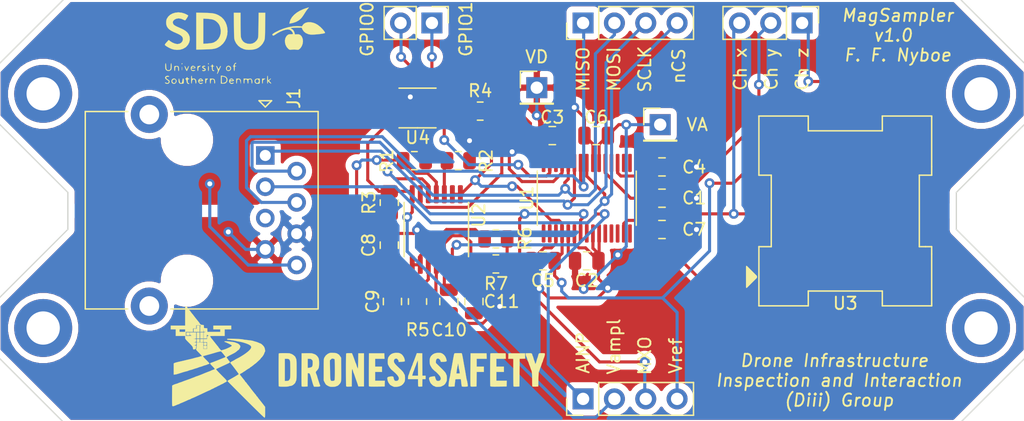
<source format=kicad_pcb>
(kicad_pcb (version 20171130) (host pcbnew 5.1.10-88a1d61d58~90~ubuntu20.04.1)
  (layers (0 F.Cu signal) (31 B.Cu signal) (34 B.Paste user) (35 F.Paste user) (36 B.SilkS user) (37 F.SilkS user) (38 B.Mask user hide) (39 F.Mask user hide) (44 Edge.Cuts user hide))
  (net 0 "")
  (net 1 Ch0)
  (net 2 GND)
  (net 3 V_A)
  (net 4 V_D)
  (net 5 Ch1)
  (net 6 V_ref)
  (net 7 Ch2)
  (net 8 "Net-(C8-Pad1)")
  (net 9 "Net-(C9-Pad2)")
  (net 10 "Net-(C9-Pad1)")
  (net 11 "Net-(C10-Pad1)")
  (net 12 AINP)
  (net 13 "Net-(C11-Pad1)")
  (net 14 nCS)
  (net 15 "Net-(J1-Pad5)")
  (net 16 SCLK)
  (net 17 MOSI)
  (net 18 MISO)
  (net 19 "Net-(R1-Pad2)")
  (net 20 R_pot_p)
  (net 21 R_pot_n)
  (net 22 "Net-(U1-Pad1)")
  (net 23 "Net-(U1-Pad2)")
  (net 24 MXO)
  (net 25 "Net-(U1-Pad11)")
  (net 26 "Net-(U1-Pad12)")
  (net 27 "Net-(U1-Pad13)")
  (net 28 "Net-(U1-Pad15)")
  (net 29 "Net-(U1-Pad16)")
  (net 30 "Net-(U1-Pad17)")
  (net 31 "Net-(U1-Pad19)")
  (net 32 GPIO0)
  (net 33 GPIO1)
  (net 34 "Net-(U3-Pad2)")
  (net 35 "Net-(U3-Pad6)")
  (net 36 "Net-(U4-Pad3)")
  (net 37 "Net-(U4-Pad7)")
  (module logos:sdu_logo (layer F.Cu) (at 118.5 44.5)
    (fp_text reference G*** hide)
    (fp_text value LOGO hide)
  )
  (module logos:d4s_logo (layer F.Cu) (at 127.5 69.75)
    (fp_text reference G*** hide)
    (fp_text value LOGO hide)
  )
  (module Connector_PinHeader_2.54mm:PinHeader_1x04_P2.54mm_Vertical (layer F.Cu) (at 145.75 72.75 90)
    (fp_text reference J4 hide)
    (fp_text value Conn_01x04_Male hide)
    (pad 1 thru_hole rect (at 0 0 90) (size 1.7 1.7) (drill 1) (layers *.Cu *.Mask) (net 12 AINP))
    (pad 2 thru_hole oval (at 0 2.54 90) (size 1.7 1.7) (drill 1) (layers *.Cu *.Mask) (net 20 R_pot_p))
    (pad 3 thru_hole oval (at 0 5.08 90) (size 1.7 1.7) (drill 1) (layers *.Cu *.Mask) (net 24 MXO))
    (pad 4 thru_hole oval (at 0 7.62 90) (size 1.7 1.7) (drill 1) (layers *.Cu *.Mask) (net 6 V_ref))
  )
  (module Connector_PinHeader_2.54mm:PinHeader_1x03_P2.54mm_Vertical (layer F.Cu) (at 163.5 42.25 270)
    (fp_text reference J2 hide)
    (fp_text value Conn_01x03_Male hide)
    (pad 1 thru_hole rect (at 0 0 270) (size 1.7 1.7) (drill 1) (layers *.Cu *.Mask) (net 7 Ch2))
    (pad 2 thru_hole oval (at 0 2.54 270) (size 1.7 1.7) (drill 1) (layers *.Cu *.Mask) (net 5 Ch1))
    (pad 3 thru_hole oval (at 0 5.08 270) (size 1.7 1.7) (drill 1) (layers *.Cu *.Mask) (net 1 Ch0))
  )
  (module Connector_PinHeader_2.54mm:PinHeader_1x01_P2.54mm_Vertical (layer F.Cu) (at 142 47.5)
    (fp_text reference J7 hide)
    (fp_text value Conn_01x01_Male hide)
    (pad 1 thru_hole rect (at 0 0) (size 1.7 1.7) (drill 1) (layers *.Cu *.Mask) (net 4 V_D))
  )
  (module Connector_PinHeader_2.54mm:PinHeader_1x02_P2.54mm_Vertical (layer F.Cu) (at 133.5 42.25 270)
    (fp_text reference J3 hide)
    (fp_text value Conn_01x02_Male hide)
    (pad 1 thru_hole rect (at 0 0 270) (size 1.7 1.7) (drill 1) (layers *.Cu *.Mask) (net 33 GPIO1))
    (pad 2 thru_hole oval (at 0 2.54 270) (size 1.7 1.7) (drill 1) (layers *.Cu *.Mask) (net 32 GPIO0))
  )
  (module Connector_PinHeader_2.54mm:PinHeader_1x04_P2.54mm_Vertical (layer F.Cu) (at 145.75 42.25 90)
    (fp_text reference J6 hide)
    (fp_text value Conn_01x04_Male hide)
    (pad 4 thru_hole oval (at 0 7.62 90) (size 1.7 1.7) (drill 1) (layers *.Cu *.Mask) (net 14 nCS))
    (pad 3 thru_hole oval (at 0 5.08 90) (size 1.7 1.7) (drill 1) (layers *.Cu *.Mask) (net 17 MOSI))
    (pad 2 thru_hole oval (at 0 2.54 90) (size 1.7 1.7) (drill 1) (layers *.Cu *.Mask) (net 18 MISO))
    (pad 1 thru_hole rect (at 0 0 90) (size 1.7 1.7) (drill 1) (layers *.Cu *.Mask) (net 16 SCLK))
  )
  (module Connector_PinHeader_2.54mm:PinHeader_1x01_P2.54mm_Vertical (layer F.Cu) (at 152 50.5)
    (fp_text reference J5 hide)
    (fp_text value Conn_01x01_Male hide)
    (pad 1 thru_hole rect (at 0 0) (size 1.7 1.7) (drill 1) (layers *.Cu *.Mask) (net 3 V_A))
  )
  (module MountingHole:MountingHole_2.7mm_M2.5_DIN965_Pad_TopBottom (layer F.Cu) (at 178 67)
    (fp_text reference REF** hide)
    (fp_text value MountingHole_2.7mm_M2.5_DIN965_Pad_TopBottom hide)
    (pad 1 connect circle (at 0 0) (size 4.7 4.7) (layers B.Cu B.Mask))
    (pad 1 connect circle (at 0 0) (size 4.7 4.7) (layers F.Cu F.Mask))
    (pad 1 thru_hole circle (at 0 0) (size 3.1 3.1) (drill 2.7) (layers *.Cu *.Mask))
  )
  (module MountingHole:MountingHole_2.7mm_M2.5_DIN965_Pad_TopBottom (layer F.Cu) (at 178 48)
    (fp_text reference REF** hide)
    (fp_text value MountingHole_2.7mm_M2.5_DIN965_Pad_TopBottom hide)
    (pad 1 connect circle (at 0 0) (size 4.7 4.7) (layers B.Cu B.Mask))
    (pad 1 connect circle (at 0 0) (size 4.7 4.7) (layers F.Cu F.Mask))
    (pad 1 thru_hole circle (at 0 0) (size 3.1 3.1) (drill 2.7) (layers *.Cu *.Mask))
  )
  (module MountingHole:MountingHole_2.7mm_M2.5_DIN965_Pad_TopBottom (layer F.Cu) (at 102 67)
    (fp_text reference REF** hide)
    (fp_text value MountingHole_2.7mm_M2.5_DIN965_Pad_TopBottom hide)
    (pad 1 connect circle (at 0 0) (size 4.7 4.7) (layers B.Cu B.Mask))
    (pad 1 connect circle (at 0 0) (size 4.7 4.7) (layers F.Cu F.Mask))
    (pad 1 thru_hole circle (at 0 0) (size 3.1 3.1) (drill 2.7) (layers *.Cu *.Mask))
  )
  (module MountingHole:MountingHole_2.7mm_M2.5_DIN965_Pad_TopBottom (layer F.Cu) (at 102 48)
    (fp_text reference REF** hide)
    (fp_text value MountingHole_2.7mm_M2.5_DIN965_Pad_TopBottom hide)
    (pad 1 connect circle (at 0 0) (size 4.7 4.7) (layers B.Cu B.Mask))
    (pad 1 connect circle (at 0 0) (size 4.7 4.7) (layers F.Cu F.Mask))
    (pad 1 thru_hole circle (at 0 0) (size 3.1 3.1) (drill 2.7) (layers *.Cu *.Mask))
  )
  (module Package_SO:TSSOP-30_4.4x7.8mm_P0.5mm (layer F.Cu) (at 146.05 56.468 90)
    (fp_text reference U1 (at 0 -4.85 90) (layer F.SilkS))
    (fp_text value ADS7950SDBTR hide)
    (pad 1 smd roundrect (at -2.8625 -3.5 90) (size 1.475 0.3) (layers F.Cu F.Paste F.Mask) (net 22 "Net-(U1-Pad1)"))
    (pad 2 smd roundrect (at -2.8625 -3 90) (size 1.475 0.3) (layers F.Cu F.Paste F.Mask) (net 23 "Net-(U1-Pad2)"))
    (pad 3 smd roundrect (at -2.8625 -2.5 90) (size 1.475 0.3) (layers F.Cu F.Paste F.Mask) (net 2 GND))
    (pad 4 smd roundrect (at -2.8625 -2 90) (size 1.475 0.3) (layers F.Cu F.Paste F.Mask) (net 6 V_ref))
    (pad 5 smd roundrect (at -2.8625 -1.5 90) (size 1.475 0.3) (layers F.Cu F.Paste F.Mask) (net 3 V_A))
    (pad 6 smd roundrect (at -2.8625 -1 90) (size 1.475 0.3) (layers F.Cu F.Paste F.Mask) (net 2 GND))
    (pad 7 smd roundrect (at -2.8625 -0.5 90) (size 1.475 0.3) (layers F.Cu F.Paste F.Mask) (net 24 MXO))
    (pad 8 smd roundrect (at -2.8625 0 90) (size 1.475 0.3) (layers F.Cu F.Paste F.Mask) (net 12 AINP))
    (pad 9 smd roundrect (at -2.8625 0.5 90) (size 1.475 0.3) (layers F.Cu F.Paste F.Mask) (net 2 GND))
    (pad 10 smd roundrect (at -2.8625 1 90) (size 1.475 0.3) (layers F.Cu F.Paste F.Mask) (net 2 GND))
    (pad 11 smd roundrect (at -2.8625 1.5 90) (size 1.475 0.3) (layers F.Cu F.Paste F.Mask) (net 25 "Net-(U1-Pad11)"))
    (pad 12 smd roundrect (at -2.8625 2 90) (size 1.475 0.3) (layers F.Cu F.Paste F.Mask) (net 26 "Net-(U1-Pad12)"))
    (pad 13 smd roundrect (at -2.8625 2.5 90) (size 1.475 0.3) (layers F.Cu F.Paste F.Mask) (net 27 "Net-(U1-Pad13)"))
    (pad 14 smd roundrect (at -2.8625 3 90) (size 1.475 0.3) (layers F.Cu F.Paste F.Mask) (net 7 Ch2))
    (pad 15 smd roundrect (at -2.8625 3.5 90) (size 1.475 0.3) (layers F.Cu F.Paste F.Mask) (net 28 "Net-(U1-Pad15)"))
    (pad 16 smd roundrect (at 2.8625 3.5 90) (size 1.475 0.3) (layers F.Cu F.Paste F.Mask) (net 29 "Net-(U1-Pad16)"))
    (pad 17 smd roundrect (at 2.8625 3 90) (size 1.475 0.3) (layers F.Cu F.Paste F.Mask) (net 30 "Net-(U1-Pad17)"))
    (pad 18 smd roundrect (at 2.8625 2.5 90) (size 1.475 0.3) (layers F.Cu F.Paste F.Mask) (net 5 Ch1))
    (pad 19 smd roundrect (at 2.8625 2 90) (size 1.475 0.3) (layers F.Cu F.Paste F.Mask) (net 31 "Net-(U1-Pad19)"))
    (pad 20 smd roundrect (at 2.8625 1.5 90) (size 1.475 0.3) (layers F.Cu F.Paste F.Mask) (net 1 Ch0))
    (pad 21 smd roundrect (at 2.8625 1 90) (size 1.475 0.3) (layers F.Cu F.Paste F.Mask) (net 3 V_A))
    (pad 22 smd roundrect (at 2.8625 0.5 90) (size 1.475 0.3) (layers F.Cu F.Paste F.Mask) (net 2 GND))
    (pad 23 smd roundrect (at 2.8625 0 90) (size 1.475 0.3) (layers F.Cu F.Paste F.Mask) (net 14 nCS))
    (pad 24 smd roundrect (at 2.8625 -0.5 90) (size 1.475 0.3) (layers F.Cu F.Paste F.Mask) (net 16 SCLK))
    (pad 25 smd roundrect (at 2.8625 -1 90) (size 1.475 0.3) (layers F.Cu F.Paste F.Mask) (net 17 MOSI))
    (pad 26 smd roundrect (at 2.8625 -1.5 90) (size 1.475 0.3) (layers F.Cu F.Paste F.Mask) (net 18 MISO))
    (pad 27 smd roundrect (at 2.8625 -2 90) (size 1.475 0.3) (layers F.Cu F.Paste F.Mask) (net 2 GND))
    (pad 28 smd roundrect (at 2.8625 -2.5 90) (size 1.475 0.3) (layers F.Cu F.Paste F.Mask) (net 4 V_D))
    (pad 29 smd roundrect (at 2.8625 -3 90) (size 1.475 0.3) (layers F.Cu F.Paste F.Mask) (net 32 GPIO0))
    (pad 30 smd roundrect (at 2.8625 -3.5 90) (size 1.475 0.3) (layers F.Cu F.Paste F.Mask) (net 33 GPIO1))
  )
  (module Package_SO:MSOP-8_3x3mm_P0.65mm (layer F.Cu) (at 132.334 49.148)
    (fp_text reference U4 (at 0.016 2.402) (layer F.SilkS))
    (fp_text value MCP4011-xxxxMS hide)
    (pad 1 smd roundrect (at -2.1125 -0.975) (size 1.625 0.4) (layers F.Cu F.Paste F.Mask) (net 4 V_D))
    (pad 2 smd roundrect (at -2.1125 -0.325) (size 1.625 0.4) (layers F.Cu F.Paste F.Mask) (net 2 GND))
    (pad 3 smd roundrect (at -2.1125 0.325) (size 1.625 0.4) (layers F.Cu F.Paste F.Mask) (net 36 "Net-(U4-Pad3)"))
    (pad 4 smd roundrect (at -2.1125 0.975) (size 1.625 0.4) (layers F.Cu F.Paste F.Mask) (net 20 R_pot_p))
    (pad 5 smd roundrect (at 2.1125 0.975) (size 1.625 0.4) (layers F.Cu F.Paste F.Mask) (net 32 GPIO0))
    (pad 6 smd roundrect (at 2.1125 0.325) (size 1.625 0.4) (layers F.Cu F.Paste F.Mask) (net 21 R_pot_n))
    (pad 7 smd roundrect (at 2.1125 -0.325) (size 1.625 0.4) (layers F.Cu F.Paste F.Mask) (net 37 "Net-(U4-Pad7)"))
    (pad 8 smd roundrect (at 2.1125 -0.975) (size 1.625 0.4) (layers F.Cu F.Paste F.Mask) (net 33 GPIO1))
  )
  (module Package_SO:TSSOP-14_4.4x5mm_P0.65mm (layer F.Cu) (at 133.858 59.008 270)
    (fp_text reference U2 (at -1.158 -3.442 90) (layer F.SilkS))
    (fp_text value MCP6004 hide)
    (pad 1 smd roundrect (at -2.8625 -1.95 270) (size 1.475 0.4) (layers F.Cu F.Paste F.Mask) (net 6 V_ref))
    (pad 2 smd roundrect (at -2.8625 -1.3 270) (size 1.475 0.4) (layers F.Cu F.Paste F.Mask) (net 6 V_ref))
    (pad 3 smd roundrect (at -2.8625 -0.65 270) (size 1.475 0.4) (layers F.Cu F.Paste F.Mask) (net 19 "Net-(R1-Pad2)"))
    (pad 4 smd roundrect (at -2.8625 0 270) (size 1.475 0.4) (layers F.Cu F.Paste F.Mask) (net 3 V_A))
    (pad 5 smd roundrect (at -2.8625 0.65 270) (size 1.475 0.4) (layers F.Cu F.Paste F.Mask) (net 24 MXO))
    (pad 6 smd roundrect (at -2.8625 1.3 270) (size 1.475 0.4) (layers F.Cu F.Paste F.Mask) (net 21 R_pot_n))
    (pad 7 smd roundrect (at -2.8625 1.95 270) (size 1.475 0.4) (layers F.Cu F.Paste F.Mask) (net 20 R_pot_p))
    (pad 8 smd roundrect (at 2.8625 1.95 270) (size 1.475 0.4) (layers F.Cu F.Paste F.Mask) (net 9 "Net-(C9-Pad2)"))
    (pad 9 smd roundrect (at 2.8625 1.3 270) (size 1.475 0.4) (layers F.Cu F.Paste F.Mask) (net 9 "Net-(C9-Pad2)"))
    (pad 10 smd roundrect (at 2.8625 0.65 270) (size 1.475 0.4) (layers F.Cu F.Paste F.Mask) (net 8 "Net-(C8-Pad1)"))
    (pad 11 smd roundrect (at 2.8625 0 270) (size 1.475 0.4) (layers F.Cu F.Paste F.Mask) (net 2 GND))
    (pad 12 smd roundrect (at 2.8625 -0.65 270) (size 1.475 0.4) (layers F.Cu F.Paste F.Mask) (net 11 "Net-(C10-Pad1)"))
    (pad 13 smd roundrect (at 2.8625 -1.3 270) (size 1.475 0.4) (layers F.Cu F.Paste F.Mask) (net 12 AINP))
    (pad 14 smd roundrect (at 2.8625 -1.95 270) (size 1.475 0.4) (layers F.Cu F.Paste F.Mask) (net 12 AINP))
  )
  (module PREMO_coils:3DV15_A_S0900J (layer F.Cu) (at 167 57.5 180)
    (fp_text reference U3 (at 0 -7.5) (layer F.SilkS))
    (fp_text value 3DV15_A_S0900J hide)
    (pad 1 smd rect (at 6 -5.3 180) (size 1.3 4.1) (layers F.Cu F.Paste F.Mask) (net 6 V_ref))
    (pad 2 smd rect (at 4 -5.3 180) (size 1.3 4.1) (layers F.Cu F.Paste F.Mask) (net 34 "Net-(U3-Pad2)"))
    (pad 3 smd rect (at -4 -5.3 180) (size 1.3 4.1) (layers F.Cu F.Paste F.Mask) (net 6 V_ref))
    (pad 4 smd rect (at -6 -5.3 180) (size 1.3 4.1) (layers F.Cu F.Paste F.Mask) (net 7 Ch2))
    (pad 5 smd rect (at -6 5.3 180) (size 1.3 4.1) (layers F.Cu F.Paste F.Mask) (net 5 Ch1))
    (pad 6 smd rect (at -4 5.3 180) (size 1.3 4.1) (layers F.Cu F.Paste F.Mask) (net 35 "Net-(U3-Pad6)"))
    (pad 7 smd rect (at 4 5.3 180) (size 1.3 4.1) (layers F.Cu F.Paste F.Mask) (net 1 Ch0))
    (pad 8 smd rect (at 6 5.3 180) (size 1.3 4.1) (layers F.Cu F.Paste F.Mask) (net 6 V_ref))
  )
  (module Capacitor_SMD:C_0805_2012Metric (layer F.Cu) (at 152.146 56.468)
    (fp_text reference C1 (at 2.604 -0.018) (layer F.SilkS))
    (fp_text value 100p hide)
    (pad 1 smd roundrect (at -0.95 0) (size 1 1.45) (layers F.Cu F.Paste F.Mask) (net 1 Ch0))
    (pad 2 smd roundrect (at 0.95 0) (size 1 1.45) (layers F.Cu F.Paste F.Mask) (net 2 GND))
  )
  (module Capacitor_SMD:C_0805_2012Metric (layer F.Cu) (at 146.05 61.548)
    (fp_text reference C2 (at 0 1.602) (layer F.SilkS))
    (fp_text value 1u hide)
    (pad 1 smd roundrect (at -0.95 0) (size 1 1.45) (layers F.Cu F.Paste F.Mask) (net 3 V_A))
    (pad 2 smd roundrect (at 0.95 0) (size 1 1.45) (layers F.Cu F.Paste F.Mask) (net 2 GND))
  )
  (module Capacitor_SMD:C_0805_2012Metric (layer F.Cu) (at 143.256 51.388)
    (fp_text reference C3 (at 0 -1.488) (layer F.SilkS))
    (fp_text value 1u hide)
    (pad 1 smd roundrect (at -0.95 0) (size 1 1.45) (layers F.Cu F.Paste F.Mask) (net 4 V_D))
    (pad 2 smd roundrect (at 0.95 0) (size 1 1.45) (layers F.Cu F.Paste F.Mask) (net 2 GND))
  )
  (module Capacitor_SMD:C_0805_2012Metric (layer F.Cu) (at 152.146 53.928)
    (fp_text reference C4 (at 2.604 0.022) (layer F.SilkS))
    (fp_text value 100p hide)
    (pad 2 smd roundrect (at 0.95 0) (size 1 1.45) (layers F.Cu F.Paste F.Mask) (net 2 GND))
    (pad 1 smd roundrect (at -0.95 0) (size 1 1.45) (layers F.Cu F.Paste F.Mask) (net 5 Ch1))
  )
  (module Capacitor_SMD:C_0805_2012Metric (layer F.Cu) (at 142.494 61.548)
    (fp_text reference C5 (at 0 1.602) (layer F.SilkS))
    (fp_text value 10u hide)
    (pad 2 smd roundrect (at 0.95 0) (size 1 1.45) (layers F.Cu F.Paste F.Mask) (net 6 V_ref))
    (pad 1 smd roundrect (at -0.95 0) (size 1 1.45) (layers F.Cu F.Paste F.Mask) (net 2 GND))
  )
  (module Capacitor_SMD:C_0805_2012Metric (layer F.Cu) (at 146.812 51.388 180)
    (fp_text reference C6 (at 0 1.488) (layer F.SilkS))
    (fp_text value 1u hide)
    (pad 2 smd roundrect (at 0.95 0 180) (size 1 1.45) (layers F.Cu F.Paste F.Mask) (net 2 GND))
    (pad 1 smd roundrect (at -0.95 0 180) (size 1 1.45) (layers F.Cu F.Paste F.Mask) (net 3 V_A))
  )
  (module Capacitor_SMD:C_0805_2012Metric (layer F.Cu) (at 152.146 59.008)
    (fp_text reference C7 (at 2.604 -0.008) (layer F.SilkS))
    (fp_text value 100p hide)
    (pad 1 smd roundrect (at -0.95 0) (size 1 1.45) (layers F.Cu F.Paste F.Mask) (net 7 Ch2))
    (pad 2 smd roundrect (at 0.95 0) (size 1 1.45) (layers F.Cu F.Paste F.Mask) (net 2 GND))
  )
  (module Capacitor_SMD:C_0805_2012Metric (layer F.Cu) (at 130.048 60.278 90)
    (fp_text reference C8 (at 0 -1.68 90) (layer F.SilkS))
    (fp_text value 100n hide)
    (pad 1 smd roundrect (at -0.95 0 90) (size 1 1.45) (layers F.Cu F.Paste F.Mask) (net 8 "Net-(C8-Pad1)"))
    (pad 2 smd roundrect (at 0.95 0 90) (size 1 1.45) (layers F.Cu F.Paste F.Mask) (net 2 GND))
  )
  (module Capacitor_SMD:C_0805_2012Metric (layer F.Cu) (at 130.302 64.85 90)
    (fp_text reference C9 (at 0 -1.602 90) (layer F.SilkS))
    (fp_text value 100n hide)
    (pad 2 smd roundrect (at 0.95 0 90) (size 1 1.45) (layers F.Cu F.Paste F.Mask) (net 9 "Net-(C9-Pad2)"))
    (pad 1 smd roundrect (at -0.95 0 90) (size 1 1.45) (layers F.Cu F.Paste F.Mask) (net 10 "Net-(C9-Pad1)"))
  )
  (module Capacitor_SMD:C_0805_2012Metric (layer F.Cu) (at 134.874 64.85 270)
    (fp_text reference C10 (at 2.3 -0.026 180) (layer F.SilkS))
    (fp_text value 100n hide)
    (pad 1 smd roundrect (at -0.95 0 270) (size 1 1.45) (layers F.Cu F.Paste F.Mask) (net 11 "Net-(C10-Pad1)"))
    (pad 2 smd roundrect (at 0.95 0 270) (size 1 1.45) (layers F.Cu F.Paste F.Mask) (net 2 GND))
  )
  (module Capacitor_SMD:C_0805_2012Metric (layer F.Cu) (at 136.906 64.85 90)
    (fp_text reference C11 (at 0 2.244 180) (layer F.SilkS))
    (fp_text value 100n hide)
    (pad 2 smd roundrect (at 0.95 0 90) (size 1 1.45) (layers F.Cu F.Paste F.Mask) (net 12 AINP))
    (pad 1 smd roundrect (at -0.95 0 90) (size 1 1.45) (layers F.Cu F.Paste F.Mask) (net 13 "Net-(C11-Pad1)"))
  )
  (module Connector_RJ:RJ45_Ninigi_GE (layer F.Cu) (at 120 53 270)
    (fp_text reference J1 (at -4.65 -2.31 90) (layer F.SilkS))
    (fp_text value RJ45)
    (pad "" np_thru_hole circle (at 10.16 6.35 90) (size 3.25 3.25) (drill 3.25) (layers *.Cu *.Mask))
    (pad SH thru_hole circle (at 12.215 9.4 90) (size 3 3) (drill 1.6) (layers *.Cu *.Mask))
    (pad "" np_thru_hole circle (at -1.27 6.35 270) (size 3.25 3.25) (drill 3.25) (layers *.Cu *.Mask))
    (pad 3 thru_hole circle (at 2.54 0 90) (size 1.5 1.5) (drill 0.9) (layers *.Cu *.Mask) (net 14 nCS))
    (pad 5 thru_hole circle (at 5.08 0 90) (size 1.5 1.5) (drill 0.9) (layers *.Cu *.Mask) (net 15 "Net-(J1-Pad5)"))
    (pad 4 thru_hole circle (at 3.81 -2.54 90) (size 1.5 1.5) (drill 0.9) (layers *.Cu *.Mask) (net 16 SCLK))
    (pad 7 thru_hole circle (at 7.62 0 90) (size 1.5 1.5) (drill 0.9) (layers *.Cu *.Mask) (net 3 V_A))
    (pad 1 thru_hole rect (at 0 0 90) (size 1.5 1.5) (drill 0.9) (layers *.Cu *.Mask) (net 17 MOSI))
    (pad 2 thru_hole circle (at 1.27 -2.54 90) (size 1.5 1.5) (drill 0.9) (layers *.Cu *.Mask) (net 18 MISO))
    (pad SH thru_hole circle (at -3.325 9.4 270) (size 3 3) (drill 1.6) (layers *.Cu *.Mask))
    (pad 8 thru_hole circle (at 8.89 -2.54 90) (size 1.5 1.5) (drill 0.9) (layers *.Cu *.Mask) (net 4 V_D))
    (pad 6 thru_hole circle (at 6.35 -2.54 90) (size 1.5 1.5) (drill 0.9) (layers *.Cu *.Mask) (net 2 GND))
  )
  (module Resistor_SMD:R_0805_2012Metric (layer F.Cu) (at 132.08 53.42)
    (fp_text reference R1 (at -2.23 0.03 90) (layer F.SilkS))
    (fp_text value 10k hide)
    (pad 1 smd roundrect (at -0.9125 0) (size 1.025 1.4) (layers F.Cu F.Paste F.Mask) (roundrect_rratio 0.243902) (net 3 V_A))
    (pad 2 smd roundrect (at 0.9125 0) (size 1.025 1.4) (layers F.Cu F.Paste F.Mask) (roundrect_rratio 0.243902) (net 19 "Net-(R1-Pad2)"))
  )
  (module Resistor_SMD:R_0805_2012Metric (layer F.Cu) (at 135.636 53.42)
    (fp_text reference R2 (at 2.264 0.03 90) (layer F.SilkS))
    (fp_text value 10k hide)
    (pad 2 smd roundrect (at 0.9125 0) (size 1.025 1.4) (layers F.Cu F.Paste F.Mask) (roundrect_rratio 0.243902) (net 2 GND))
    (pad 1 smd roundrect (at -0.9125 0) (size 1.025 1.4) (layers F.Cu F.Paste F.Mask) (roundrect_rratio 0.243902) (net 19 "Net-(R1-Pad2)"))
  )
  (module Resistor_SMD:R_0805_2012Metric (layer F.Cu) (at 130.048 56.8255 90)
    (fp_text reference R3 (at 0 -1.65 90) (layer F.SilkS))
    (fp_text value 15k hide)
    (pad 2 smd roundrect (at 0.9125 0 90) (size 1.025 1.4) (layers F.Cu F.Paste F.Mask) (roundrect_rratio 0.243902) (net 20 R_pot_p))
    (pad 1 smd roundrect (at -0.9125 0 90) (size 1.025 1.4) (layers F.Cu F.Paste F.Mask) (roundrect_rratio 0.243902) (net 10 "Net-(C9-Pad1)"))
  )
  (module Resistor_SMD:R_0805_2012Metric (layer F.Cu) (at 137.414 49.402)
    (fp_text reference R4 (at 0 -1.65) (layer F.SilkS))
    (fp_text value 10k hide)
    (pad 1 smd roundrect (at -0.9125 0) (size 1.025 1.4) (layers F.Cu F.Paste F.Mask) (roundrect_rratio 0.243902) (net 21 R_pot_n))
    (pad 2 smd roundrect (at 0.9125 0) (size 1.025 1.4) (layers F.Cu F.Paste F.Mask) (roundrect_rratio 0.243902) (net 6 V_ref))
  )
  (module Resistor_SMD:R_0805_2012Metric (layer F.Cu) (at 132.334 64.85 270)
    (fp_text reference R5 (at 2.3 -0.016 180) (layer F.SilkS))
    (fp_text value 15k hide)
    (pad 1 smd roundrect (at -0.9125 0 270) (size 1.025 1.4) (layers F.Cu F.Paste F.Mask) (roundrect_rratio 0.243902) (net 8 "Net-(C8-Pad1)"))
    (pad 2 smd roundrect (at 0.9125 0 270) (size 1.025 1.4) (layers F.Cu F.Paste F.Mask) (roundrect_rratio 0.243902) (net 10 "Net-(C9-Pad1)"))
  )
  (module Resistor_SMD:R_0805_2012Metric (layer F.Cu) (at 138.684 59.77 180)
    (fp_text reference R6 (at -2.366 0.02 90) (layer F.SilkS))
    (fp_text value 15k hide)
    (pad 2 smd roundrect (at 0.9125 0 180) (size 1.025 1.4) (layers F.Cu F.Paste F.Mask) (roundrect_rratio 0.243902) (net 9 "Net-(C9-Pad2)"))
    (pad 1 smd roundrect (at -0.9125 0 180) (size 1.025 1.4) (layers F.Cu F.Paste F.Mask) (roundrect_rratio 0.243902) (net 13 "Net-(C11-Pad1)"))
  )
  (module Resistor_SMD:R_0805_2012Metric (layer F.Cu) (at 138.684 61.802)
    (fp_text reference R7 (at 0.016 1.598) (layer F.SilkS))
    (fp_text value 15k hide)
    (pad 1 smd roundrect (at -0.9125 0) (size 1.025 1.4) (layers F.Cu F.Paste F.Mask) (roundrect_rratio 0.243902) (net 11 "Net-(C10-Pad1)"))
    (pad 2 smd roundrect (at 0.9125 0) (size 1.025 1.4) (layers F.Cu F.Paste F.Mask) (roundrect_rratio 0.243902) (net 13 "Net-(C11-Pad1)"))
  )
  (gr_text Vampl (at 148.25 68.5 90) (layer F.SilkS) (effects (font (size 1 1))))
  (gr_text Vref (at 153.25 69.25 90) (layer F.SilkS) (effects (font (size 1 1))))
  (gr_text MXO (at 150.75 69.25 90) (layer F.SilkS) (effects (font (size 1 1))))
  (gr_text AINP (at 145.75 69 90) (layer F.SilkS) (effects (font (size 1 1))))
  (gr_text nCS (at 153.5 45.75 90) (layer F.SilkS) (effects (font (size 1 1))))
  (gr_text SCLK (at 150.75 46 90) (layer F.SilkS) (effects (font (size 1 1))))
  (gr_text MOSI (at 148.25 46 90) (layer F.SilkS) (effects (font (size 1 1))))
  (gr_text MISO (at 145.75 46 90) (layer F.SilkS) (effects (font (size 1 1))))
  (gr_text VD (at 142 45) (layer F.SilkS) (effects (font (size 1 1))))
  (gr_text VA (at 155 50.5) (layer F.SilkS) (effects (font (size 1 1))))
  (gr_text GPIO0 (at 128.25 42.75 90) (layer F.SilkS) (effects (font (size 1 1))))
  (gr_text GPIO1 (at 136.25 42.75 90) (layer F.SilkS) (effects (font (size 1 1))))
  (gr_text "Ch z" (at 163.5 46 90) (layer F.SilkS) (effects (font (size 1 1))))
  (gr_text "Ch y" (at 161 46 90) (layer F.SilkS) (effects (font (size 1 1))))
  (gr_text "Ch x" (at 158.5 46 90) (layer F.SilkS) (effects (font (size 1 1))))
  (gr_text "Drone Infrastructure \nInspection and Interaction\n(Diii) Group" (at 166.5 71.25) (layer F.SilkS) (effects (font (size 1 1) (thickness 0.15) italic)))
  (gr_text "MagSampler\nv1.0 \nF. F. Nyboe" (at 171.25 43.25) (layer F.SilkS) (effects (font (size 1 1) (thickness 0.15) italic)))
  (gr_line (start 125 40) (end 131 40) (layer Edge.Cuts) (width 0.1))
  (gr_line (start 104 40) (end 125 40) (layer Edge.Cuts) (width 0.1))
  (gr_line (start 98 46) (end 104 40) (layer Edge.Cuts) (width 0.1))
  (gr_line (start 98 50) (end 98 46) (layer Edge.Cuts) (width 0.1))
  (gr_line (start 104 56) (end 98 50) (layer Edge.Cuts) (width 0.1))
  (gr_line (start 104 59) (end 104 56) (layer Edge.Cuts) (width 0.1))
  (gr_line (start 98 65) (end 104 59) (layer Edge.Cuts) (width 0.1))
  (gr_line (start 98 69) (end 98 65) (layer Edge.Cuts) (width 0.1))
  (gr_line (start 104 75) (end 98 69) (layer Edge.Cuts) (width 0.1))
  (gr_line (start 125 75) (end 104 75) (layer Edge.Cuts) (width 0.1))
  (gr_line (start 131 75) (end 125 75) (layer Edge.Cuts) (width 0.1))
  (gr_line (start 156 75) (end 131 75) (layer Edge.Cuts) (width 0.1))
  (gr_line (start 162 75) (end 156 75) (layer Edge.Cuts) (width 0.1))
  (gr_line (start 176 75) (end 162 75) (layer Edge.Cuts) (width 0.1))
  (gr_line (start 182 69) (end 176 75) (layer Edge.Cuts) (width 0.1))
  (gr_line (start 182 65) (end 182 69) (layer Edge.Cuts) (width 0.1))
  (gr_line (start 176 59) (end 182 65) (layer Edge.Cuts) (width 0.1))
  (gr_line (start 176 56) (end 176 59) (layer Edge.Cuts) (width 0.1))
  (gr_line (start 182 50) (end 176 56) (layer Edge.Cuts) (width 0.1))
  (gr_line (start 182 46) (end 182 50) (layer Edge.Cuts) (width 0.1))
  (gr_line (start 176 40) (end 182 46) (layer Edge.Cuts) (width 0.1))
  (gr_line (start 162 40) (end 176 40) (layer Edge.Cuts) (width 0.1))
  (gr_line (start 156 40) (end 162 40) (layer Edge.Cuts) (width 0.1))
  (gr_line (start 131 40) (end 156 40) (layer Edge.Cuts) (width 0.1))
  (segment (start 147.55 54.408702) (end 147.55 53.6055) (width 0.25) (layer F.Cu) (net 1))
  (segment (start 149.609298 56.468) (end 147.55 54.408702) (width 0.25) (layer F.Cu) (net 1))
  (segment (start 151.196 56.468) (end 149.609298 56.468) (width 0.25) (layer F.Cu) (net 1))
  (segment (start 163 54.5) (end 163 52.2) (width 0.25) (layer F.Cu) (net 1))
  (segment (start 159.762 57.738) (end 163 54.5) (width 0.25) (layer F.Cu) (net 1))
  (segment (start 152.466 57.738) (end 157.962 57.738) (width 0.25) (layer F.Cu) (net 1))
  (segment (start 151.196 56.468) (end 152.466 57.738) (width 0.25) (layer F.Cu) (net 1))
  (segment (start 157.962 57.738) (end 159.762 57.738) (width 0.25) (layer F.Cu) (net 1))
  (via (at 157.962 57.738) (size 0.8) (drill 0.4) (layers F.Cu B.Cu) (net 1))
  (segment (start 157.962 42.708) (end 158.42 42.25) (width 0.25) (layer B.Cu) (net 1))
  (segment (start 157.962 57.738) (end 157.962 42.708) (width 0.25) (layer B.Cu) (net 1))
  (segment (start 144.05 51.544) (end 144.05 53.6055) (width 0.25) (layer F.Cu) (net 2))
  (segment (start 144.206 51.388) (end 144.05 51.544) (width 0.25) (layer F.Cu) (net 2))
  (segment (start 146.55 52.076) (end 146.55 53.6055) (width 0.25) (layer F.Cu) (net 2))
  (segment (start 145.862 51.388) (end 146.55 52.076) (width 0.25) (layer F.Cu) (net 2))
  (segment (start 142.24 63.834) (end 142.24 63.834) (width 0.25) (layer F.Cu) (net 2))
  (segment (start 147.828 63.834) (end 147.828 63.834) (width 0.25) (layer F.Cu) (net 2))
  (segment (start 153.096 59.008) (end 154.94 59.008) (width 0.25) (layer F.Cu) (net 2))
  (segment (start 154.94 59.008) (end 154.94 59.008) (width 0.25) (layer F.Cu) (net 2))
  (via (at 154.94 59.008) (size 0.8) (drill 0.4) (layers F.Cu B.Cu) (net 2))
  (segment (start 153.096 56.468) (end 154.94 56.468) (width 0.25) (layer F.Cu) (net 2))
  (segment (start 153.096 53.928) (end 154.94 53.928) (width 0.25) (layer F.Cu) (net 2))
  (segment (start 154.94 53.928) (end 154.94 53.928) (width 0.25) (layer F.Cu) (net 2))
  (via (at 154.94 53.928) (size 0.8) (drill 0.4) (layers F.Cu B.Cu) (net 2))
  (segment (start 154.94 56.468) (end 154.94 56.468) (width 0.25) (layer F.Cu) (net 2))
  (via (at 154.94 56.468) (size 0.8) (drill 0.4) (layers F.Cu B.Cu) (net 2))
  (segment (start 144.206 51.388) (end 144.206 50.184) (width 0.25) (layer F.Cu) (net 2))
  (segment (start 145.862 51.388) (end 145.862 49.93) (width 0.25) (layer F.Cu) (net 2))
  (segment (start 145.862 49.93) (end 145.034 49.102) (width 0.25) (layer F.Cu) (net 2))
  (segment (start 144.206 49.93) (end 144.206 50.184) (width 0.25) (layer F.Cu) (net 2))
  (segment (start 145.034 49.102) (end 144.206 49.93) (width 0.25) (layer F.Cu) (net 2))
  (segment (start 145.034 49.102) (end 145.034 49.102) (width 0.25) (layer F.Cu) (net 2))
  (via (at 145.034 49.102) (size 0.8) (drill 0.4) (layers F.Cu B.Cu) (net 2))
  (segment (start 146.55 59.3305) (end 146.55 60.524) (width 0.25) (layer F.Cu) (net 2))
  (segment (start 147 60.974) (end 147 61.548) (width 0.25) (layer F.Cu) (net 2))
  (segment (start 146.55 60.524) (end 147 60.974) (width 0.25) (layer F.Cu) (net 2))
  (segment (start 147.05 61.498) (end 147 61.548) (width 0.25) (layer F.Cu) (net 2))
  (segment (start 147.05 59.3305) (end 147.05 61.498) (width 0.25) (layer F.Cu) (net 2))
  (segment (start 133.82399 64.74999) (end 134.874 65.8) (width 0.25) (layer F.Cu) (net 2))
  (segment (start 133.82399 63.08392) (end 133.82399 64.74999) (width 0.25) (layer F.Cu) (net 2))
  (segment (start 133.858 63.04991) (end 133.82399 63.08392) (width 0.25) (layer F.Cu) (net 2))
  (segment (start 133.858 61.8705) (end 133.858 63.04991) (width 0.25) (layer F.Cu) (net 2))
  (via (at 131.75 48.25) (size 0.8) (drill 0.4) (layers F.Cu B.Cu) (net 2))
  (segment (start 130.048 59.328) (end 132.014 59.328) (width 0.25) (layer F.Cu) (net 2))
  (segment (start 132.014 59.328) (end 132.296 59.046) (width 0.25) (layer F.Cu) (net 2))
  (segment (start 132.334 59.008) (end 132.334 59.008) (width 0.25) (layer F.Cu) (net 2))
  (segment (start 137.61918 66.62501) (end 138.997095 65.247095) (width 0.25) (layer F.Cu) (net 2))
  (segment (start 135.69901 66.62501) (end 137.61918 66.62501) (width 0.25) (layer F.Cu) (net 2))
  (segment (start 134.874 65.8) (end 135.69901 66.62501) (width 0.25) (layer F.Cu) (net 2))
  (segment (start 138.997095 65.247095) (end 138.997095 65.247095) (width 0.25) (layer F.Cu) (net 2))
  (segment (start 131.177 48.823) (end 131.75 48.25) (width 0.25) (layer F.Cu) (net 2))
  (segment (start 130.2215 48.823) (end 131.177 48.823) (width 0.25) (layer F.Cu) (net 2))
  (segment (start 136.5485 53.42) (end 136.5485 51.7985) (width 0.25) (layer F.Cu) (net 2))
  (segment (start 136.5485 51.7985) (end 136.5485 51.7985) (width 0.25) (layer F.Cu) (net 2))
  (via (at 136.5485 51.7985) (size 0.8) (drill 0.4) (layers F.Cu B.Cu) (net 2))
  (via (at 140 52.7) (size 0.8) (drill 0.4) (layers F.Cu B.Cu) (net 2))
  (segment (start 144.05 54.408702) (end 144.05 53.6055) (width 0.25) (layer F.Cu) (net 2))
  (segment (start 143.340682 55.11802) (end 144.05 54.408702) (width 0.25) (layer F.Cu) (net 2))
  (segment (start 140.795018 55.11802) (end 143.340682 55.11802) (width 0.25) (layer F.Cu) (net 2))
  (segment (start 139.774999 54.098001) (end 140.795018 55.11802) (width 0.25) (layer F.Cu) (net 2))
  (segment (start 139.774999 53.025001) (end 139.774999 54.098001) (width 0.25) (layer F.Cu) (net 2))
  (segment (start 140 52.8) (end 139.774999 53.025001) (width 0.25) (layer F.Cu) (net 2))
  (segment (start 140 52.7) (end 140 52.8) (width 0.25) (layer F.Cu) (net 2))
  (segment (start 142.59401 60.49799) (end 141.544 61.548) (width 0.25) (layer F.Cu) (net 2))
  (segment (start 143.185712 60.49799) (end 142.59401 60.49799) (width 0.25) (layer F.Cu) (net 2))
  (segment (start 143.55 60.133702) (end 143.185712 60.49799) (width 0.25) (layer F.Cu) (net 2))
  (segment (start 143.55 59.3305) (end 143.55 60.133702) (width 0.25) (layer F.Cu) (net 2))
  (segment (start 141.544 63.138) (end 142.203 63.797) (width 0.25) (layer F.Cu) (net 2))
  (segment (start 141.544 61.548) (end 141.544 63.138) (width 0.25) (layer F.Cu) (net 2))
  (segment (start 145.94999 60.49799) (end 147 61.548) (width 0.25) (layer F.Cu) (net 2))
  (segment (start 145.414288 60.49799) (end 145.94999 60.49799) (width 0.25) (layer F.Cu) (net 2))
  (segment (start 145.05 60.133702) (end 145.414288 60.49799) (width 0.25) (layer F.Cu) (net 2))
  (segment (start 145.05 59.3305) (end 145.05 60.133702) (width 0.25) (layer F.Cu) (net 2))
  (segment (start 147 63.006) (end 147.747 63.753) (width 0.25) (layer F.Cu) (net 2))
  (segment (start 147 61.548) (end 147 63.006) (width 0.25) (layer F.Cu) (net 2))
  (segment (start 138.997095 65.247095) (end 139 65.24419) (width 0.25) (layer F.Cu) (net 2))
  (via (at 138.997095 65.247095) (size 0.8) (drill 0.4) (layers F.Cu B.Cu) (net 2))
  (segment (start 132.296 59.046) (end 132.334 59.008) (width 0.25) (layer F.Cu) (net 2))
  (via (at 132.296 59.046) (size 0.8) (drill 0.4) (layers F.Cu B.Cu) (net 2))
  (segment (start 142.203 63.797) (end 142.24 63.834) (width 0.25) (layer F.Cu) (net 2))
  (via (at 142.203 63.797) (size 0.8) (drill 0.4) (layers F.Cu B.Cu) (net 2))
  (segment (start 147.747 63.753) (end 147.828 63.834) (width 0.25) (layer F.Cu) (net 2))
  (via (at 147.747 63.753) (size 0.8) (drill 0.4) (layers F.Cu B.Cu) (net 2))
  (segment (start 146.940999 64.559001) (end 147.747 63.753) (width 0.25) (layer F.Cu) (net 2))
  (segment (start 142.965001 64.559001) (end 146.940999 64.559001) (width 0.25) (layer F.Cu) (net 2))
  (segment (start 142.203 63.797) (end 142.965001 64.559001) (width 0.25) (layer F.Cu) (net 2))
  (segment (start 147.05 52.1) (end 147.05 53.6055) (width 0.25) (layer F.Cu) (net 3))
  (segment (start 147.762 51.388) (end 147.05 52.1) (width 0.25) (layer F.Cu) (net 3))
  (segment (start 144.55 60.998) (end 145.1 61.548) (width 0.25) (layer F.Cu) (net 3))
  (segment (start 144.55 59.3305) (end 144.55 60.998) (width 0.25) (layer F.Cu) (net 3))
  (segment (start 145.1 63.138) (end 145.796 63.834) (width 0.25) (layer F.Cu) (net 3))
  (segment (start 145.1 61.548) (end 145.1 63.138) (width 0.25) (layer F.Cu) (net 3))
  (segment (start 145.796 63.834) (end 145.796 63.834) (width 0.25) (layer F.Cu) (net 3))
  (via (at 145.796 63.834) (size 0.8) (drill 0.4) (layers F.Cu B.Cu) (net 3))
  (segment (start 132.19251 54.44501) (end 131.1675 53.42) (width 0.25) (layer F.Cu) (net 3))
  (segment (start 133.14901 54.44501) (end 132.19251 54.44501) (width 0.25) (layer F.Cu) (net 3))
  (segment (start 133.858 55.154) (end 133.14901 54.44501) (width 0.25) (layer F.Cu) (net 3))
  (segment (start 133.858 56.1455) (end 133.858 55.408) (width 0.25) (layer F.Cu) (net 3))
  (segment (start 133.858 55.154) (end 133.858 56.1455) (width 0.25) (layer F.Cu) (net 3))
  (segment (start 131.1675 53.42) (end 131.122499 53.374999) (width 0.25) (layer F.Cu) (net 3))
  (segment (start 131.122499 53.374999) (end 129.025001 53.374999) (width 0.25) (layer F.Cu) (net 3))
  (segment (start 129.025001 53.374999) (end 129.025001 53.374999) (width 0.25) (layer F.Cu) (net 3))
  (via (at 129.025001 53.374999) (size 0.8) (drill 0.4) (layers F.Cu B.Cu) (net 3))
  (segment (start 129.025001 53.374999) (end 127.825001 53.374999) (width 0.25) (layer B.Cu) (net 3))
  (segment (start 127.825001 53.374999) (end 127.4 53.8) (width 0.25) (layer B.Cu) (net 3))
  (segment (start 127.4 53.8) (end 127.4 53.8) (width 0.25) (layer B.Cu) (net 3))
  (via (at 127.4 53.8) (size 0.8) (drill 0.4) (layers F.Cu B.Cu) (net 3))
  (segment (start 127.4 53.8) (end 127.4 58.7) (width 0.25) (layer F.Cu) (net 3))
  (segment (start 120 60.62) (end 118.42 60.62) (width 0.25) (layer B.Cu) (net 3))
  (segment (start 118.42 60.62) (end 117 59.2) (width 0.25) (layer B.Cu) (net 3))
  (segment (start 117 59.2) (end 117 59.2) (width 0.25) (layer B.Cu) (net 3))
  (via (at 117 59.2) (size 0.8) (drill 0.4) (layers F.Cu B.Cu) (net 3))
  (via (at 149.25 50.499996) (size 0.8) (drill 0.4) (layers F.Cu B.Cu) (net 3))
  (segment (start 147.762 51.388) (end 148.650004 50.499996) (width 0.25) (layer F.Cu) (net 3))
  (segment (start 148.650004 50.499996) (end 149.25 50.499996) (width 0.25) (layer F.Cu) (net 3))
  (segment (start 149.250004 50.5) (end 149.25 50.499996) (width 0.25) (layer B.Cu) (net 3))
  (segment (start 145.796 63.834) (end 148.565 61.065) (width 0.25) (layer B.Cu) (net 3))
  (segment (start 149.25 60.38) (end 149.25 50.499996) (width 0.25) (layer B.Cu) (net 3))
  (segment (start 152 50.5) (end 149.250004 50.5) (width 0.25) (layer B.Cu) (net 3))
  (segment (start 148.565 61.065) (end 149.25 60.38) (width 0.25) (layer B.Cu) (net 3))
  (via (at 148.565 61.065) (size 0.8) (drill 0.4) (layers F.Cu B.Cu) (net 3))
  (segment (start 143.55 52.632) (end 143.55 53.6055) (width 0.25) (layer F.Cu) (net 4))
  (segment (start 142.306 51.388) (end 143.55 52.632) (width 0.25) (layer F.Cu) (net 4))
  (segment (start 118.616998 61.89) (end 115.5 58.773002) (width 0.25) (layer B.Cu) (net 4))
  (segment (start 122.54 61.89) (end 118.616998 61.89) (width 0.25) (layer B.Cu) (net 4))
  (segment (start 115.5 58.773002) (end 115.5 55.3) (width 0.25) (layer B.Cu) (net 4))
  (segment (start 115.5 55.3) (end 115.5 55.3) (width 0.25) (layer B.Cu) (net 4))
  (via (at 115.5 55.3) (size 0.8) (drill 0.4) (layers F.Cu B.Cu) (net 4))
  (segment (start 130.2215 48.173) (end 130.2215 47.2215) (width 0.25) (layer F.Cu) (net 4))
  (segment (start 130.2215 47.2215) (end 130 47) (width 0.25) (layer F.Cu) (net 4))
  (segment (start 142.306 51.388) (end 142.306 50.056) (width 0.25) (layer F.Cu) (net 4))
  (segment (start 142.306 50.056) (end 142 49.75) (width 0.25) (layer F.Cu) (net 4))
  (segment (start 142 49.75) (end 142 49.75) (width 0.25) (layer F.Cu) (net 4))
  (via (at 142 49.75) (size 0.8) (drill 0.4) (layers F.Cu B.Cu) (net 4))
  (segment (start 142 49.75) (end 142 47.5) (width 0.25) (layer B.Cu) (net 4))
  (segment (start 148.55 54.408702) (end 148.55 53.6055) (width 0.25) (layer F.Cu) (net 5))
  (segment (start 148.809308 54.66801) (end 148.55 54.408702) (width 0.25) (layer F.Cu) (net 5))
  (segment (start 150.45599 54.66801) (end 148.809308 54.66801) (width 0.25) (layer F.Cu) (net 5))
  (segment (start 151.196 53.928) (end 150.45599 54.66801) (width 0.25) (layer F.Cu) (net 5))
  (segment (start 173 49.9) (end 173 52.2) (width 0.25) (layer F.Cu) (net 5))
  (segment (start 160 49) (end 172.1 49) (width 0.25) (layer F.Cu) (net 5))
  (segment (start 159.5 49.5) (end 160 49) (width 0.25) (layer F.Cu) (net 5))
  (segment (start 159.5 50.676998) (end 159.5 49.5) (width 0.25) (layer F.Cu) (net 5))
  (segment (start 154.978998 55.198) (end 159.5 50.676998) (width 0.25) (layer F.Cu) (net 5))
  (segment (start 152.466 55.198) (end 154.978998 55.198) (width 0.25) (layer F.Cu) (net 5))
  (segment (start 172.1 49) (end 173 49.9) (width 0.25) (layer F.Cu) (net 5))
  (segment (start 151.196 53.928) (end 152.466 55.198) (width 0.25) (layer F.Cu) (net 5))
  (segment (start 160 49) (end 160 47.25) (width 0.25) (layer F.Cu) (net 5))
  (segment (start 160 47.25) (end 160 47.25) (width 0.25) (layer F.Cu) (net 5))
  (via (at 160 47.25) (size 0.8) (drill 0.4) (layers F.Cu B.Cu) (net 5))
  (segment (start 160 43.21) (end 160.96 42.25) (width 0.25) (layer B.Cu) (net 5))
  (segment (start 160 47.25) (end 160 43.21) (width 0.25) (layer B.Cu) (net 5))
  (segment (start 144.05 60.942) (end 143.444 61.548) (width 0.25) (layer F.Cu) (net 6))
  (segment (start 144.05 59.3305) (end 144.05 60.942) (width 0.25) (layer F.Cu) (net 6))
  (segment (start 143.444 61.548) (end 143.444 62.752) (width 0.25) (layer F.Cu) (net 6))
  (segment (start 143.444 62.752) (end 144.018 63.326) (width 0.25) (layer F.Cu) (net 6))
  (segment (start 135.158 56.1455) (end 135.808 56.1455) (width 0.25) (layer F.Cu) (net 6))
  (segment (start 156 55.25) (end 156 55.25) (width 0.25) (layer F.Cu) (net 6))
  (via (at 156 55.25) (size 0.8) (drill 0.4) (layers F.Cu B.Cu) (net 6))
  (segment (start 144.018 63.326) (end 144.018 63.326) (width 0.25) (layer F.Cu) (net 6))
  (via (at 144.018 63.326) (size 0.8) (drill 0.4) (layers F.Cu B.Cu) (net 6))
  (segment (start 140 55.5) (end 140 55.5) (width 0.25) (layer F.Cu) (net 6))
  (via (at 140 55.5) (size 0.8) (drill 0.4) (layers F.Cu B.Cu) (net 6))
  (segment (start 140 55.5) (end 137.5 55.5) (width 0.25) (layer B.Cu) (net 6))
  (segment (start 137.5 55.5) (end 137 55) (width 0.25) (layer B.Cu) (net 6))
  (segment (start 137 55) (end 137 55) (width 0.25) (layer B.Cu) (net 6))
  (via (at 137 55) (size 0.8) (drill 0.4) (layers F.Cu B.Cu) (net 6))
  (segment (start 138.3265 53.6735) (end 138.3265 49.402) (width 0.25) (layer F.Cu) (net 6))
  (segment (start 135.8545 56.1455) (end 138.3265 53.6735) (width 0.25) (layer F.Cu) (net 6))
  (segment (start 135.808 56.1455) (end 135.8545 56.1455) (width 0.25) (layer F.Cu) (net 6))
  (segment (start 140.4 55.5) (end 140 55.5) (width 0.25) (layer F.Cu) (net 6))
  (segment (start 143.16799 58.26799) (end 140.4 55.5) (width 0.25) (layer F.Cu) (net 6))
  (segment (start 143.290692 58.26799) (end 143.16799 58.26799) (width 0.25) (layer F.Cu) (net 6))
  (segment (start 143.3 58.277298) (end 143.290692 58.26799) (width 0.25) (layer F.Cu) (net 6))
  (segment (start 143.309308 58.26799) (end 143.3 58.277298) (width 0.25) (layer F.Cu) (net 6))
  (segment (start 143.790692 58.26799) (end 143.309308 58.26799) (width 0.25) (layer F.Cu) (net 6))
  (segment (start 144.02501 58.502308) (end 143.790692 58.26799) (width 0.25) (layer F.Cu) (net 6))
  (segment (start 144.02501 59.12501) (end 144.02501 58.502308) (width 0.25) (layer F.Cu) (net 6))
  (segment (start 144.05 59.15) (end 144.02501 59.12501) (width 0.25) (layer F.Cu) (net 6))
  (segment (start 144.05 59.3305) (end 144.05 59.15) (width 0.25) (layer F.Cu) (net 6))
  (segment (start 157.95 55.25) (end 161 52.2) (width 0.25) (layer F.Cu) (net 6))
  (segment (start 156 55.25) (end 157.95 55.25) (width 0.25) (layer F.Cu) (net 6))
  (segment (start 171 56.914998) (end 171 62.8) (width 0.25) (layer F.Cu) (net 6))
  (segment (start 163.585002 49.5) (end 171 56.914998) (width 0.25) (layer F.Cu) (net 6))
  (segment (start 161.4 49.5) (end 163.585002 49.5) (width 0.25) (layer F.Cu) (net 6))
  (segment (start 161 49.9) (end 161.4 49.5) (width 0.25) (layer F.Cu) (net 6))
  (segment (start 161 52.2) (end 161 49.9) (width 0.25) (layer F.Cu) (net 6))
  (segment (start 171 62.8) (end 169.8 62.8) (width 0.25) (layer F.Cu) (net 6))
  (segment (start 169.8 62.8) (end 166.5 59.5) (width 0.25) (layer F.Cu) (net 6))
  (segment (start 161 60.5) (end 161 62.8) (width 0.25) (layer F.Cu) (net 6))
  (segment (start 162 59.5) (end 161 60.5) (width 0.25) (layer F.Cu) (net 6))
  (segment (start 166.5 59.5) (end 162 59.5) (width 0.25) (layer F.Cu) (net 6))
  (segment (start 144.559001 64.559001) (end 144.018 64.018) (width 0.25) (layer B.Cu) (net 6))
  (segment (start 152.190999 64.559001) (end 144.559001 64.559001) (width 0.25) (layer B.Cu) (net 6))
  (segment (start 144.018 64.018) (end 144.018 63.326) (width 0.25) (layer B.Cu) (net 6))
  (segment (start 156 60.75) (end 152.190999 64.559001) (width 0.25) (layer B.Cu) (net 6))
  (segment (start 156 55.25) (end 156 60.75) (width 0.25) (layer B.Cu) (net 6))
  (segment (start 153.37 65.738002) (end 152.190999 64.559001) (width 0.25) (layer B.Cu) (net 6))
  (segment (start 153.37 72.75) (end 153.37 65.738002) (width 0.25) (layer B.Cu) (net 6))
  (segment (start 149.05 58.527298) (end 149.05 59.3305) (width 0.25) (layer F.Cu) (net 7))
  (segment (start 150.45599 58.26799) (end 149.309308 58.26799) (width 0.25) (layer F.Cu) (net 7))
  (segment (start 149.309308 58.26799) (end 149.05 58.527298) (width 0.25) (layer F.Cu) (net 7))
  (segment (start 151.196 59.008) (end 150.45599 58.26799) (width 0.25) (layer F.Cu) (net 7))
  (segment (start 173 65.1) (end 173 62.8) (width 0.25) (layer F.Cu) (net 7))
  (segment (start 172.6 65.5) (end 173 65.1) (width 0.25) (layer F.Cu) (net 7))
  (segment (start 157.688 65.5) (end 172.6 65.5) (width 0.25) (layer F.Cu) (net 7))
  (segment (start 151.196 59.008) (end 157.688 65.5) (width 0.25) (layer F.Cu) (net 7))
  (segment (start 173.975001 61.824999) (end 173.975001 55.274999) (width 0.25) (layer F.Cu) (net 7))
  (segment (start 173 62.8) (end 173.975001 61.824999) (width 0.25) (layer F.Cu) (net 7))
  (segment (start 173.975001 55.274999) (end 174.5 54.75) (width 0.25) (layer F.Cu) (net 7))
  (segment (start 174.5 54.75) (end 174.5 49.75) (width 0.25) (layer F.Cu) (net 7))
  (segment (start 174.5 49.75) (end 171.75 47) (width 0.25) (layer F.Cu) (net 7))
  (segment (start 171.75 47) (end 164 47) (width 0.25) (layer F.Cu) (net 7))
  (segment (start 164 47) (end 164 47) (width 0.25) (layer F.Cu) (net 7))
  (via (at 164 47) (size 0.8) (drill 0.4) (layers F.Cu B.Cu) (net 7))
  (segment (start 164 42.75) (end 163.5 42.25) (width 0.25) (layer B.Cu) (net 7))
  (segment (start 164 47) (end 164 42.75) (width 0.25) (layer B.Cu) (net 7))
  (segment (start 133.208 63.0635) (end 133.208 61.8705) (width 0.25) (layer F.Cu) (net 8))
  (segment (start 132.334 63.9375) (end 133.208 63.0635) (width 0.25) (layer F.Cu) (net 8))
  (segment (start 129.58882 64.72501) (end 131.54649 64.72501) (width 0.25) (layer F.Cu) (net 8))
  (segment (start 129.25199 64.38818) (end 129.58882 64.72501) (width 0.25) (layer F.Cu) (net 8))
  (segment (start 131.54649 64.72501) (end 132.334 63.9375) (width 0.25) (layer F.Cu) (net 8))
  (segment (start 129.25199 62.02401) (end 129.25199 64.38818) (width 0.25) (layer F.Cu) (net 8))
  (segment (start 130.048 61.228) (end 129.25199 62.02401) (width 0.25) (layer F.Cu) (net 8))
  (segment (start 132.558 61.8705) (end 131.908 61.8705) (width 0.25) (layer F.Cu) (net 9))
  (segment (start 131.908 62.802) (end 130.81 63.9) (width 0.25) (layer F.Cu) (net 9))
  (segment (start 131.908 61.8705) (end 131.908 62.802) (width 0.25) (layer F.Cu) (net 9))
  (segment (start 134.683 59.008) (end 132.558 61.133) (width 0.25) (layer F.Cu) (net 9))
  (segment (start 137.0095 59.008) (end 134.683 59.008) (width 0.25) (layer F.Cu) (net 9))
  (segment (start 132.558 61.133) (end 132.558 61.8705) (width 0.25) (layer F.Cu) (net 9))
  (segment (start 137.7715 59.77) (end 137.0095 59.008) (width 0.25) (layer F.Cu) (net 9))
  (segment (start 130.8475 65.7625) (end 130.81 65.8) (width 0.25) (layer F.Cu) (net 10))
  (segment (start 132.842 65.7625) (end 130.8475 65.7625) (width 0.25) (layer F.Cu) (net 10))
  (segment (start 129.577 65.8) (end 130.302 65.8) (width 0.25) (layer F.Cu) (net 10))
  (segment (start 128.801981 65.024981) (end 129.577 65.8) (width 0.25) (layer F.Cu) (net 10))
  (segment (start 128.801981 58.984019) (end 128.801981 65.024981) (width 0.25) (layer F.Cu) (net 10))
  (segment (start 130.048 57.738) (end 128.801981 58.984019) (width 0.25) (layer F.Cu) (net 10))
  (segment (start 134.508 63.534) (end 134.874 63.9) (width 0.25) (layer F.Cu) (net 11))
  (segment (start 134.508 61.8705) (end 134.508 63.534) (width 0.25) (layer F.Cu) (net 11))
  (segment (start 134.508 60.136) (end 134.508 61.8705) (width 0.25) (layer F.Cu) (net 11))
  (segment (start 136.144 59.516) (end 135.128 59.516) (width 0.25) (layer F.Cu) (net 11))
  (segment (start 136.652 60.024) (end 136.144 59.516) (width 0.25) (layer F.Cu) (net 11))
  (segment (start 136.652 61.294) (end 136.652 60.024) (width 0.25) (layer F.Cu) (net 11))
  (segment (start 137.16 61.802) (end 136.652 61.294) (width 0.25) (layer F.Cu) (net 11))
  (segment (start 135.128 59.516) (end 134.508 60.136) (width 0.25) (layer F.Cu) (net 11))
  (segment (start 137.7715 61.802) (end 137.16 61.802) (width 0.25) (layer F.Cu) (net 11))
  (segment (start 135.808 61.8705) (end 135.158 61.8705) (width 0.25) (layer F.Cu) (net 12))
  (segment (start 135.808 62.802) (end 136.906 63.9) (width 0.25) (layer F.Cu) (net 12))
  (segment (start 135.808 61.8705) (end 135.808 62.802) (width 0.25) (layer F.Cu) (net 12))
  (segment (start 135.5 60.25) (end 135.5 60.25) (width 0.25) (layer B.Cu) (net 12))
  (via (at 135.5 60.25) (size 0.8) (drill 0.4) (layers F.Cu B.Cu) (net 12))
  (segment (start 135.158 60.592) (end 135.5 60.25) (width 0.25) (layer F.Cu) (net 12))
  (segment (start 135.158 61.8705) (end 135.158 60.592) (width 0.25) (layer F.Cu) (net 12))
  (segment (start 146.827298 57.75) (end 147.5 57.75) (width 0.25) (layer F.Cu) (net 12))
  (segment (start 146.05 58.527298) (end 146.827298 57.75) (width 0.25) (layer F.Cu) (net 12))
  (segment (start 146.05 59.3305) (end 146.05 58.527298) (width 0.25) (layer F.Cu) (net 12))
  (via (at 147.5 57.75) (size 0.8) (drill 0.4) (layers F.Cu B.Cu) (net 12))
  (segment (start 145.315685 60.25) (end 135.5 60.25) (width 0.25) (layer B.Cu) (net 12))
  (segment (start 147.5 58.065685) (end 145.315685 60.25) (width 0.25) (layer B.Cu) (net 12))
  (segment (start 147.5 57.75) (end 147.5 58.065685) (width 0.25) (layer B.Cu) (net 12))
  (segment (start 142.928001 62.637684) (end 145.315685 60.25) (width 0.25) (layer B.Cu) (net 12))
  (segment (start 142.928001 69.928001) (end 142.928001 62.637684) (width 0.25) (layer B.Cu) (net 12))
  (segment (start 145.75 72.75) (end 142.928001 69.928001) (width 0.25) (layer B.Cu) (net 12))
  (segment (start 139.5965 61.802) (end 139.5965 59.77) (width 0.25) (layer F.Cu) (net 13))
  (segment (start 139.5965 63.1095) (end 136.906 65.8) (width 0.25) (layer F.Cu) (net 13))
  (segment (start 139.5965 61.802) (end 139.5965 63.1095) (width 0.25) (layer F.Cu) (net 13))
  (via (at 147.5 56.7) (size 0.8) (drill 0.4) (layers F.Cu B.Cu) (net 14))
  (segment (start 147.5 56.134315) (end 147.5 56.7) (width 0.25) (layer F.Cu) (net 14))
  (segment (start 146.05 54.684315) (end 147.5 56.134315) (width 0.25) (layer F.Cu) (net 14))
  (segment (start 146.05 53.6055) (end 146.05 54.684315) (width 0.25) (layer F.Cu) (net 14))
  (segment (start 146.75 57.45) (end 147.5 56.7) (width 0.25) (layer B.Cu) (net 14))
  (segment (start 146.75 57.857002) (end 146.75 57.45) (width 0.25) (layer B.Cu) (net 14))
  (segment (start 146.144001 58.463001) (end 146.75 57.857002) (width 0.25) (layer B.Cu) (net 14))
  (segment (start 133.438591 58.463001) (end 146.144001 58.463001) (width 0.25) (layer B.Cu) (net 14))
  (segment (start 130.51559 55.54) (end 133.438591 58.463001) (width 0.25) (layer B.Cu) (net 14))
  (segment (start 120 55.54) (end 130.51559 55.54) (width 0.25) (layer B.Cu) (net 14))
  (segment (start 148.061009 47.558991) (end 153.37 42.25) (width 0.25) (layer B.Cu) (net 14))
  (segment (start 148.061009 56.138991) (end 148.061009 47.558991) (width 0.25) (layer B.Cu) (net 14))
  (segment (start 147.5 56.7) (end 148.061009 56.138991) (width 0.25) (layer B.Cu) (net 14))
  (segment (start 145.55 53.6055) (end 145.55 54.952) (width 0.25) (layer F.Cu) (net 16))
  (segment (start 145.55 54.952) (end 145.796 55.198) (width 0.25) (layer F.Cu) (net 16))
  (segment (start 145.796 55.198) (end 145.796 55.706) (width 0.25) (layer F.Cu) (net 16))
  (segment (start 145.796 55.706) (end 145.796 55.706) (width 0.25) (layer F.Cu) (net 16))
  (segment (start 145.8 55.7) (end 145.8 55.7) (width 0.25) (layer B.Cu) (net 16))
  (segment (start 145.8 42.3) (end 145.8 55.52499) (width 0.25) (layer B.Cu) (net 16))
  (segment (start 137.725001 54.651999) (end 144.927009 54.651999) (width 0.25) (layer B.Cu) (net 16))
  (segment (start 145.75 42.25) (end 145.8 42.3) (width 0.25) (layer B.Cu) (net 16))
  (segment (start 129.470814 51.47499) (end 132.270823 54.274999) (width 0.25) (layer B.Cu) (net 16))
  (segment (start 137.348001 54.274999) (end 137.725001 54.651999) (width 0.25) (layer B.Cu) (net 16))
  (segment (start 132.270823 54.274999) (end 137.348001 54.274999) (width 0.25) (layer B.Cu) (net 16))
  (segment (start 118.803599 51.474989) (end 129.470814 51.47499) (width 0.25) (layer B.Cu) (net 16))
  (segment (start 118.47499 51.803598) (end 118.803599 51.474989) (width 0.25) (layer B.Cu) (net 16))
  (segment (start 119.678998 56.81) (end 118.47499 55.605992) (width 0.25) (layer B.Cu) (net 16))
  (via (at 145.8 55.52499) (size 0.8) (drill 0.4) (layers F.Cu B.Cu) (net 16))
  (segment (start 122.54 56.81) (end 119.678998 56.81) (width 0.25) (layer B.Cu) (net 16))
  (segment (start 144.927009 54.651999) (end 145.8 55.52499) (width 0.25) (layer B.Cu) (net 16))
  (segment (start 118.47499 55.605992) (end 118.47499 51.803598) (width 0.25) (layer B.Cu) (net 16))
  (via (at 144.5 57) (size 0.8) (drill 0.4) (layers F.Cu B.Cu) (net 17))
  (segment (start 145.05 56.45) (end 144.5 57) (width 0.25) (layer F.Cu) (net 17))
  (segment (start 145.05 53.6055) (end 145.05 56.45) (width 0.25) (layer F.Cu) (net 17))
  (segment (start 144.2 56.7) (end 144.5 57) (width 0.25) (layer B.Cu) (net 17))
  (segment (start 133.423004 56.7) (end 144.2 56.7) (width 0.25) (layer B.Cu) (net 17))
  (segment (start 129.373002 52.649998) (end 133.423004 56.7) (width 0.25) (layer B.Cu) (net 17))
  (segment (start 120.350002 52.649998) (end 129.373002 52.649998) (width 0.25) (layer B.Cu) (net 17))
  (segment (start 120 53) (end 120.350002 52.649998) (width 0.25) (layer B.Cu) (net 17))
  (segment (start 147.610999 45.469001) (end 150.83 42.25) (width 0.25) (layer B.Cu) (net 17))
  (segment (start 146.13641 57) (end 147.610999 55.525411) (width 0.25) (layer B.Cu) (net 17))
  (segment (start 147.610999 55.525411) (end 147.610999 45.469001) (width 0.25) (layer B.Cu) (net 17))
  (segment (start 144.5 57) (end 146.13641 57) (width 0.25) (layer B.Cu) (net 17))
  (segment (start 144.55 53.6055) (end 144.55 54.92) (width 0.25) (layer F.Cu) (net 18))
  (segment (start 144.55 54.92) (end 144.272 55.198) (width 0.25) (layer F.Cu) (net 18))
  (segment (start 144.272 55.198) (end 144.272 55.706) (width 0.25) (layer F.Cu) (net 18))
  (segment (start 144.272 55.706) (end 144.272 55.706) (width 0.25) (layer F.Cu) (net 18))
  (segment (start 133.584415 56.225001) (end 143.774999 56.225001) (width 0.25) (layer B.Cu) (net 18))
  (segment (start 129.284413 51.924999) (end 133.584415 56.225001) (width 0.25) (layer B.Cu) (net 18))
  (segment (start 118.989999 51.924999) (end 129.284413 51.924999) (width 0.25) (layer B.Cu) (net 18))
  (segment (start 118.924999 51.989999) (end 118.989999 51.924999) (width 0.25) (layer B.Cu) (net 18))
  (segment (start 118.924999 54.010001) (end 118.924999 51.989999) (width 0.25) (layer B.Cu) (net 18))
  (segment (start 119.184998 54.27) (end 118.924999 54.010001) (width 0.25) (layer B.Cu) (net 18))
  (segment (start 122.54 54.27) (end 119.184998 54.27) (width 0.25) (layer B.Cu) (net 18))
  (segment (start 143.774999 56.225001) (end 144.3 55.7) (width 0.25) (layer B.Cu) (net 18))
  (segment (start 144.3 55.7) (end 144.3 55.7) (width 0.25) (layer B.Cu) (net 18))
  (via (at 144.3 55.7) (size 0.8) (drill 0.4) (layers F.Cu B.Cu) (net 18))
  (segment (start 148.29 43.21) (end 148.29 42.25) (width 0.25) (layer B.Cu) (net 18))
  (segment (start 146.75 44.75) (end 148.29 43.21) (width 0.25) (layer B.Cu) (net 18))
  (segment (start 146.75 55.75) (end 146.75 44.75) (width 0.25) (layer B.Cu) (net 18))
  (segment (start 146.25 56.25) (end 146.75 55.75) (width 0.25) (layer B.Cu) (net 18))
  (segment (start 144.85 56.25) (end 146.25 56.25) (width 0.25) (layer B.Cu) (net 18))
  (segment (start 144.3 55.7) (end 144.85 56.25) (width 0.25) (layer B.Cu) (net 18))
  (segment (start 132.9925 53.42) (end 134.7235 53.42) (width 0.25) (layer F.Cu) (net 19))
  (segment (start 134.508 53.6355) (end 134.508 55.8915) (width 0.25) (layer F.Cu) (net 19))
  (segment (start 134.7235 53.42) (end 134.508 53.6355) (width 0.25) (layer F.Cu) (net 19))
  (segment (start 131.6755 55.913) (end 131.908 56.1455) (width 0.25) (layer F.Cu) (net 20))
  (segment (start 130.048 55.913) (end 131.6755 55.913) (width 0.25) (layer F.Cu) (net 20))
  (segment (start 128.3 52.0445) (end 130.2215 50.123) (width 0.25) (layer F.Cu) (net 20))
  (segment (start 128.3 55) (end 128.3 52.0445) (width 0.25) (layer F.Cu) (net 20))
  (segment (start 129.213 55.913) (end 128.3 55) (width 0.25) (layer F.Cu) (net 20))
  (segment (start 130.048 55.913) (end 129.213 55.913) (width 0.25) (layer F.Cu) (net 20))
  (segment (start 131.908 56.1455) (end 131.908 57.592) (width 0.25) (layer F.Cu) (net 20))
  (segment (start 131.908 57.592) (end 131.5 58) (width 0.25) (layer F.Cu) (net 20))
  (segment (start 131.5 58) (end 131.5 58) (width 0.25) (layer F.Cu) (net 20))
  (via (at 131.5 58) (size 0.8) (drill 0.4) (layers F.Cu B.Cu) (net 20))
  (segment (start 131.5 60.785002) (end 144.964998 74.25) (width 0.25) (layer B.Cu) (net 20))
  (segment (start 131.5 58) (end 131.5 60.785002) (width 0.25) (layer B.Cu) (net 20))
  (segment (start 146.79 74.25) (end 148.29 72.75) (width 0.25) (layer B.Cu) (net 20))
  (segment (start 144.964998 74.25) (end 146.79 74.25) (width 0.25) (layer B.Cu) (net 20))
  (segment (start 134.5175 49.402) (end 134.4465 49.473) (width 0.25) (layer F.Cu) (net 21))
  (segment (start 136.5015 49.402) (end 134.5175 49.402) (width 0.25) (layer F.Cu) (net 21))
  (segment (start 138.82718 48.37699) (end 137.52651 48.37699) (width 0.25) (layer F.Cu) (net 21))
  (segment (start 139.16401 48.71382) (end 138.82718 48.37699) (width 0.25) (layer F.Cu) (net 21))
  (segment (start 139.16401 54.46399) (end 139.16401 48.71382) (width 0.25) (layer F.Cu) (net 21))
  (segment (start 136.41999 57.20801) (end 139.16401 54.46399) (width 0.25) (layer F.Cu) (net 21))
  (segment (start 137.52651 48.37699) (end 136.5015 49.402) (width 0.25) (layer F.Cu) (net 21))
  (segment (start 132.88301 57.20801) (end 136.41999 57.20801) (width 0.25) (layer F.Cu) (net 21))
  (segment (start 132.558 56.883) (end 132.88301 57.20801) (width 0.25) (layer F.Cu) (net 21))
  (segment (start 132.558 56.1455) (end 132.558 56.883) (width 0.25) (layer F.Cu) (net 21))
  (segment (start 145.55 59.3305) (end 145.55 58.238) (width 0.25) (layer F.Cu) (net 24))
  (segment (start 145.55 58.238) (end 145.796 57.992) (width 0.25) (layer F.Cu) (net 24))
  (segment (start 145.796 57.992) (end 145.796 57.738) (width 0.25) (layer F.Cu) (net 24))
  (segment (start 145.796 57.738) (end 145.796 57.738) (width 0.25) (layer F.Cu) (net 24))
  (via (at 145.796 57.738) (size 0.8) (drill 0.4) (layers F.Cu B.Cu) (net 24))
  (via (at 129.9 54.3) (size 0.8) (drill 0.4) (layers F.Cu B.Cu) (net 24))
  (segment (start 130.49502 54.89502) (end 129.7 54.1) (width 0.25) (layer F.Cu) (net 24))
  (segment (start 132.69502 54.89502) (end 130.49502 54.89502) (width 0.25) (layer F.Cu) (net 24))
  (segment (start 133.208 55.408) (end 132.69502 54.89502) (width 0.25) (layer F.Cu) (net 24))
  (segment (start 133.208 56.1455) (end 133.208 55.408) (width 0.25) (layer F.Cu) (net 24))
  (segment (start 129.712 54.1) (end 129.7 54.1) (width 0.25) (layer B.Cu) (net 24))
  (segment (start 133.35 57.738) (end 129.712 54.1) (width 0.25) (layer B.Cu) (net 24))
  (segment (start 145.796 57.738) (end 141.012 57.738) (width 0.25) (layer B.Cu) (net 24))
  (segment (start 141.012 57.738) (end 133.35 57.738) (width 0.25) (layer B.Cu) (net 24))
  (via (at 141.012 57.738) (size 0.8) (drill 0.4) (layers F.Cu B.Cu) (net 24))
  (segment (start 140.612001 63.279003) (end 147.082998 69.75) (width 0.25) (layer F.Cu) (net 24))
  (segment (start 140.612001 58.137999) (end 140.612001 63.279003) (width 0.25) (layer F.Cu) (net 24))
  (segment (start 141.012 57.738) (end 140.612001 58.137999) (width 0.25) (layer F.Cu) (net 24))
  (segment (start 147.082998 69.75) (end 150.75 69.75) (width 0.25) (layer F.Cu) (net 24))
  (segment (start 150.75 69.75) (end 150.75 69.75) (width 0.25) (layer F.Cu) (net 24))
  (via (at 150.75 69.75) (size 0.8) (drill 0.4) (layers F.Cu B.Cu) (net 24))
  (segment (start 150.75 72.67) (end 150.83 72.75) (width 0.25) (layer B.Cu) (net 24))
  (segment (start 150.75 69.75) (end 150.75 72.67) (width 0.25) (layer B.Cu) (net 24))
  (segment (start 142.790692 54.66801) (end 141.41801 54.66801) (width 0.25) (layer F.Cu) (net 32))
  (segment (start 143.05 54.408702) (end 142.790692 54.66801) (width 0.25) (layer F.Cu) (net 32))
  (segment (start 143.05 53.6055) (end 143.05 54.408702) (width 0.25) (layer F.Cu) (net 32))
  (segment (start 141.41801 54.66801) (end 140.5 53.75) (width 0.25) (layer F.Cu) (net 32))
  (segment (start 140.5 53.75) (end 140.5 53.75) (width 0.25) (layer F.Cu) (net 32))
  (via (at 140.5 53.75) (size 0.8) (drill 0.4) (layers F.Cu B.Cu) (net 32))
  (via (at 134.5 51.75) (size 0.8) (drill 0.4) (layers F.Cu B.Cu) (net 32))
  (segment (start 136.5 53.75) (end 134.5 51.75) (width 0.25) (layer B.Cu) (net 32))
  (segment (start 140.5 53.75) (end 136.5 53.75) (width 0.25) (layer B.Cu) (net 32))
  (segment (start 134.5 50.1765) (end 134.4465 50.123) (width 0.25) (layer F.Cu) (net 32))
  (segment (start 134.5 51.75) (end 134.5 50.1765) (width 0.25) (layer F.Cu) (net 32))
  (segment (start 132.475001 48.964001) (end 133.634 50.123) (width 0.25) (layer F.Cu) (net 32))
  (segment (start 133.634 50.123) (end 134.4465 50.123) (width 0.25) (layer F.Cu) (net 32))
  (segment (start 132.475001 46.475001) (end 132.475001 48.964001) (width 0.25) (layer F.Cu) (net 32))
  (segment (start 131 45) (end 131 45) (width 0.25) (layer F.Cu) (net 32))
  (segment (start 131 45) (end 132.475001 46.475001) (width 0.25) (layer F.Cu) (net 32))
  (via (at 131 45) (size 0.8) (drill 0.4) (layers F.Cu B.Cu) (net 32))
  (segment (start 131 42.29) (end 130.96 42.25) (width 0.25) (layer B.Cu) (net 32))
  (segment (start 131 45) (end 131 42.29) (width 0.25) (layer B.Cu) (net 32))
  (segment (start 141.48099 50.39439) (end 141.48099 52.53649) (width 0.25) (layer F.Cu) (net 33))
  (segment (start 139.013581 47.926981) (end 141.48099 50.39439) (width 0.25) (layer F.Cu) (net 33))
  (segment (start 134.69252 47.92698) (end 139.013581 47.926981) (width 0.25) (layer F.Cu) (net 33))
  (segment (start 141.48099 52.53649) (end 142.55 53.6055) (width 0.25) (layer F.Cu) (net 33))
  (segment (start 134.4465 48.173) (end 134.69252 47.92698) (width 0.25) (layer F.Cu) (net 33))
  (segment (start 133.5 47.2265) (end 134.4465 48.173) (width 0.25) (layer F.Cu) (net 33))
  (segment (start 133.5 45) (end 133.5 45) (width 0.25) (layer F.Cu) (net 33))
  (segment (start 133.5 45) (end 133.5 47.2265) (width 0.25) (layer F.Cu) (net 33))
  (via (at 133.5 45) (size 0.8) (drill 0.4) (layers F.Cu B.Cu) (net 33))
  (segment (start 133.5 45) (end 133.5 42.25) (width 0.25) (layer B.Cu) (net 33))
  (zone (net 4) (net_name V_D) (layer F.Cu) (connect_pads (clearance 0.5)) (min_thickness 0.254) (fill yes (arc_segments 32) (thermal_gap 0.508) (thermal_bridge_width 0.508))
    (polygon (pts (xy 181.5 46) (xy 181.5 50) (xy 175.5 56) (xy 175.5 57) (xy 104.5 57) (xy 104.5 56) (xy 98.5 50) (xy 98.5 46) (xy 104 40.5) (xy 176 40.5)))
  )
  (zone (net 2) (net_name GND) (layer B.Cu) (connect_pads (clearance 0.5)) (min_thickness 0.254) (fill yes (arc_segments 32) (thermal_gap 0.508) (thermal_bridge_width 0.508))
    (polygon (pts (xy 181.5 46) (xy 181.5 50) (xy 175.5 56) (xy 175.5 59) (xy 181.5 65) (xy 181.5 69) (xy 176 74.5) (xy 104 74.5) (xy 98.5 69) (xy 98.5 65) (xy 104.5 59) (xy 104.5 56) (xy 98.5 50) (xy 98.5 46) (xy 104 40.5) (xy 176 40.5)))
  )
  (zone (net 3) (net_name V_A) (layer F.Cu) (connect_pads (clearance 0.5)) (min_thickness 0.254) (fill yes (arc_segments 32) (thermal_gap 0.508) (thermal_bridge_width 0.508))
    (polygon (pts (xy 175.5 59) (xy 181.5 65) (xy 181.5 69) (xy 176 74.5) (xy 104 74.5) (xy 98.5 69) (xy 98.5 65) (xy 104.5 59) (xy 104.5 58) (xy 175.5 58)))
  )
)
</source>
